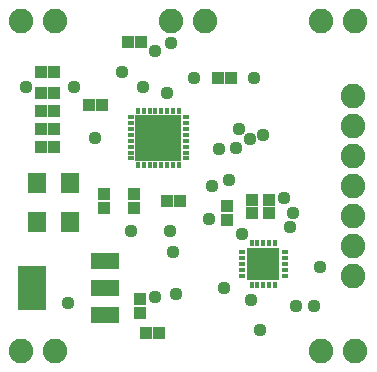
<source format=gts>
G75*
%MOIN*%
%OFA0B0*%
%FSLAX25Y25*%
%IPPOS*%
%LPD*%
%AMOC8*
5,1,8,0,0,1.08239X$1,22.5*
%
%ADD10R,0.06312X0.07099*%
%ADD11R,0.04343X0.04146*%
%ADD12R,0.04146X0.04343*%
%ADD13R,0.09600X0.05600*%
%ADD14R,0.09461X0.14973*%
%ADD15C,0.08200*%
%ADD16R,0.01784X0.02375*%
%ADD17R,0.02375X0.01784*%
%ADD18R,0.11036X0.11036*%
%ADD19R,0.15367X0.15367*%
%ADD20R,0.04343X0.03950*%
%ADD21C,0.04400*%
D10*
X0113288Y0131800D03*
X0124312Y0131800D03*
X0124312Y0144800D03*
X0113288Y0144800D03*
D11*
X0135800Y0141083D03*
X0135800Y0136517D03*
X0145800Y0136517D03*
X0145800Y0141083D03*
X0176800Y0137083D03*
X0176800Y0132517D03*
X0147800Y0106083D03*
X0147800Y0101517D03*
D12*
X0149517Y0094800D03*
X0154083Y0094800D03*
X0156517Y0138800D03*
X0161083Y0138800D03*
X0119083Y0156800D03*
X0114517Y0156800D03*
X0114517Y0162800D03*
X0119083Y0162800D03*
X0119083Y0168800D03*
X0114517Y0168800D03*
X0114517Y0174800D03*
X0119083Y0174800D03*
X0119083Y0181800D03*
X0114517Y0181800D03*
X0130517Y0170800D03*
X0135083Y0170800D03*
X0143517Y0191800D03*
X0148083Y0191800D03*
X0173517Y0179800D03*
X0178083Y0179800D03*
D13*
X0136000Y0118900D03*
X0136000Y0109800D03*
X0136000Y0100700D03*
D14*
X0111599Y0109800D03*
D15*
X0108100Y0088800D03*
X0119500Y0088800D03*
X0208100Y0088800D03*
X0219500Y0088800D03*
X0218800Y0113800D03*
X0218800Y0123800D03*
X0218800Y0133800D03*
X0218800Y0143800D03*
X0218800Y0153800D03*
X0218800Y0163800D03*
X0218800Y0173800D03*
X0219500Y0198800D03*
X0208100Y0198800D03*
X0169500Y0198800D03*
X0158100Y0198800D03*
X0119500Y0198800D03*
X0108100Y0198800D03*
D16*
X0146910Y0168855D03*
X0148879Y0168855D03*
X0150847Y0168855D03*
X0152816Y0168855D03*
X0154784Y0168855D03*
X0156753Y0168855D03*
X0158721Y0168855D03*
X0160690Y0168855D03*
X0160690Y0150745D03*
X0158721Y0150745D03*
X0156753Y0150745D03*
X0154784Y0150745D03*
X0152816Y0150745D03*
X0150847Y0150745D03*
X0148879Y0150745D03*
X0146910Y0150745D03*
X0184863Y0124887D03*
X0186831Y0124887D03*
X0188800Y0124887D03*
X0190769Y0124887D03*
X0192737Y0124887D03*
X0192737Y0110713D03*
X0190769Y0110713D03*
X0188800Y0110713D03*
X0186831Y0110713D03*
X0184863Y0110713D03*
D17*
X0181713Y0113863D03*
X0181713Y0115831D03*
X0181713Y0117800D03*
X0181713Y0119769D03*
X0181713Y0121737D03*
X0195887Y0121737D03*
X0195887Y0119769D03*
X0195887Y0117800D03*
X0195887Y0115831D03*
X0195887Y0113863D03*
X0162855Y0152910D03*
X0162855Y0154879D03*
X0162855Y0156847D03*
X0162855Y0158816D03*
X0162855Y0160784D03*
X0162855Y0162753D03*
X0162855Y0164721D03*
X0162855Y0166690D03*
X0144745Y0166690D03*
X0144745Y0164721D03*
X0144745Y0162753D03*
X0144745Y0160784D03*
X0144745Y0158816D03*
X0144745Y0156847D03*
X0144745Y0154879D03*
X0144745Y0152910D03*
D18*
X0188800Y0117800D03*
D19*
X0153800Y0159800D03*
D20*
X0185044Y0138965D03*
X0185044Y0134635D03*
X0190556Y0134635D03*
X0190556Y0138965D03*
D21*
X0195800Y0139800D03*
X0198800Y0134800D03*
X0197800Y0130050D03*
X0181800Y0127800D03*
X0170800Y0132800D03*
X0171800Y0143800D03*
X0177300Y0145800D03*
X0174050Y0156050D03*
X0179800Y0156300D03*
X0184300Y0159300D03*
X0188800Y0160800D03*
X0180800Y0162800D03*
X0185800Y0179800D03*
X0165800Y0179800D03*
X0156800Y0174800D03*
X0148800Y0176800D03*
X0141800Y0181800D03*
X0152800Y0188800D03*
X0158050Y0191550D03*
X0125800Y0176800D03*
X0109800Y0176800D03*
X0132800Y0159800D03*
X0150800Y0163800D03*
X0144800Y0128800D03*
X0157800Y0128800D03*
X0158800Y0121800D03*
X0175800Y0109800D03*
X0184800Y0105800D03*
X0187550Y0095800D03*
X0199800Y0103800D03*
X0205800Y0103800D03*
X0207800Y0116800D03*
X0159800Y0107800D03*
X0152800Y0106800D03*
X0123800Y0104800D03*
M02*

</source>
